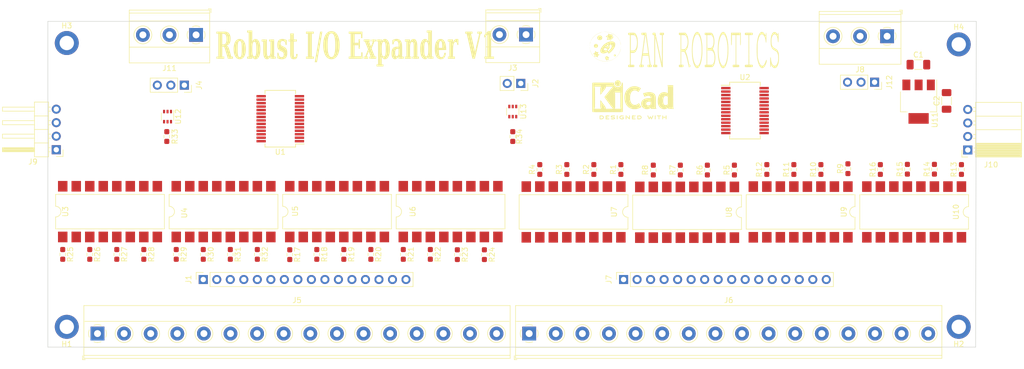
<source format=kicad_pcb>
(kicad_pcb (version 20221018) (generator pcbnew)
  (title_block (title "Robust 10 Expander") (date "2023-10-10") (rev "V1") (company "Pan Robotics Ltd") (comment 1 "2"))
  (layers (0 "F.Cu" signal) (1 "In1.Cu" power "3.3V.Cu") (2 "In2.Cu" power "GND.Cu") (31 "B.Cu" signal) (34 "B.Paste" user) (35 "F.Paste" user) (36 "B.SilkS" user "B.Silkscreen") (37 "F.SilkS" user "F.Silkscreen") (38 "B.Mask" user) (39 "F.Mask" user) (44 "Edge.Cuts" user))
  (net 0 "")
  (net 5 "EIN0")
  (net 6 "EIN1")
  (net 7 "EIN2")
  (net 8 "EIN3")
  (net 9 "EIN4")
  (net 10 "EIN5")
  (net 11 "EIN6")
  (net 12 "EIN7")
  (net 13 "EIN8")
  (net 14 "EIN9")
  (net 15 "EIN10")
  (net 16 "EIN11")
  (net 17 "EIN12")
  (net 18 "EIN13")
  (net 19 "EIN14")
  (net 20 "EIN15")
  (net 21 "InCS")
  (net 22 "OutCS")
  (net 23 "VCC")
  (net 24 "GND")
  (net 25 "SCK")
  (net 26 "MOSI")
  (net 27 "MISO")
  (net 28 "EOUT0")
  (net 29 "EOUT1")
  (net 30 "EOUT2")
  (net 31 "EOUT3")
  (net 32 "EOUT4")
  (net 33 "EOUT5")
  (net 34 "EOUT6")
  (net 35 "EOUT7")
  (net 36 "EOUT8")
  (net 37 "EOUT9")
  (net 38 "EOUT10")
  (net 39 "EOUT11")
  (net 40 "EOUT12")
  (net 41 "EOUT13")
  (net 42 "EOUT14")
  (net 43 "EOUT15")
  (net 44 "Net-(R1-Pad1)")
  (net 45 "Out0")
  (net 46 "Net-(R2-Pad1)")
  (net 47 "Out1")
  (net 48 "Net-(R3-Pad1)")
  (net 49 "Out2")
  (net 50 "Net-(R4-Pad1)")
  (net 51 "Out3")
  (net 52 "Net-(R5-Pad1)")
  (net 53 "Out4")
  (net 54 "Net-(R6-Pad1)")
  (net 55 "Out5")
  (net 56 "Net-(R7-Pad1)")
  (net 57 "Out6")
  (net 58 "Net-(R8-Pad1)")
  (net 59 "Out7")
  (net 60 "Net-(R9-Pad1)")
  (net 61 "Out8")
  (net 62 "Net-(R10-Pad1)")
  (net 63 "Out9")
  (net 64 "Net-(R11-Pad1)")
  (net 65 "Out10")
  (net 66 "Net-(R12-Pad1)")
  (net 67 "Out11")
  (net 68 "Net-(R13-Pad1)")
  (net 69 "Out12")
  (net 70 "Net-(R14-Pad1)")
  (net 71 "Out13")
  (net 72 "Net-(R15-Pad1)")
  (net 73 "Out14")
  (net 74 "Net-(R16-Pad1)")
  (net 75 "Out15")
  (net 76 "Net-(R17-Pad1)")
  (net 77 "Net-(R18-Pad1)")
  (net 78 "Net-(R19-Pad1)")
  (net 79 "Net-(R20-Pad1)")
  (net 80 "Net-(R21-Pad1)")
  (net 81 "Net-(R22-Pad1)")
  (net 82 "Net-(R23-Pad1)")
  (net 83 "Net-(R24-Pad1)")
  (net 84 "Net-(R25-Pad1)")
  (net 85 "Net-(R26-Pad1)")
  (net 86 "Net-(R27-Pad1)")
  (net 87 "Net-(R28-Pad1)")
  (net 88 "Net-(R29-Pad1)")
  (net 89 "Net-(R30-Pad1)")
  (net 90 "Net-(R31-Pad1)")
  (net 91 "Net-(R32-Pad1)")
  (net 92 "IN8")
  (net 93 "IN9")
  (net 94 "IN10")
  (net 95 "IN11")
  (net 96 "IN12")
  (net 97 "IN13")
  (net 98 "IN14")
  (net 99 "IN15")
  (net 106 "IN0")
  (net 107 "IN1")
  (net 108 "IN2")
  (net 109 "IN3")
  (net 110 "IN4")
  (net 111 "IN5")
  (net 112 "IN6")
  (net 113 "IN7")
  (net 120 "+3.3V")
  (net 121 "+24V")
  (net 122 "Net-(R33-Pad1)")
  (net 123 "Net-(R34-Pad1)")
  (footprint "Resistor_SMD:R_0603_1608Metric_Pad0.98x0.95mm_HandSolder" (layer "F.Cu") (at 219.456 100.9415 90)
    (fp_text reference "R14" (at 0 -1.43 90) (layer "F.SilkS"))
    (fp_text value "200R")
    (pad "1" smd roundrect (at -0.9125 0 90) (size 0.975 0.95) (layers "F.Cu" "F.Paste" "F.Mask") (net 70 "Net-(R14-Pad1)"))
    (pad "2" smd roundrect (at 0.9125 0 90) (size 0.975 0.95) (layers "F.Cu" "F.Paste" "F.Mask") (net 71 "Out13"))
  )
  (footprint "Resistor_SMD:R_0603_1608Metric_Pad0.98x0.95mm_HandSolder" (layer "F.Cu") (at 209.296 100.9885 90)
    (fp_text reference "R16" (at 0 -1.43 90) (layer "F.SilkS"))
    (fp_text value "200R")
    (pad "1" smd roundrect (at -0.9125 0 90) (size 0.975 0.95) (layers "F.Cu" "F.Paste" "F.Mask") (net 74 "Net-(R16-Pad1)"))
    (pad "2" smd roundrect (at 0.9125 0 90) (size 0.975 0.95) (layers "F.Cu" "F.Paste" "F.Mask") (net 75 "Out15"))
  )
  (footprint "Resistor_SMD:R_0603_1608Metric_Pad0.98x0.95mm_HandSolder" (layer "F.Cu") (at 119.634 116.9435 -90)
    (fp_text reference "R21" (at 0 -1.43 -270) (layer "F.SilkS"))
    (fp_text value "200R")
    (pad "1" smd roundrect (at -0.9125 0 270) (size 0.975 0.95) (layers "F.Cu" "F.Paste" "F.Mask") (net 80 "Net-(R21-Pad1)"))
    (pad "2" smd roundrect (at 0.9125 0 270) (size 0.975 0.95) (layers "F.Cu" "F.Paste" "F.Mask") (net 17 "EIN12"))
  )
  (footprint "Resistor_SMD:R_0603_1608Metric_Pad0.98x0.95mm_HandSolder" (layer "F.Cu") (at 203.2 100.838 90)
    (fp_text reference "R9" (at 0 -1.43 90) (layer "F.SilkS"))
    (fp_text value "200R")
    (pad "1" smd roundrect (at -0.9125 0 90) (size 0.975 0.95) (layers "F.Cu" "F.Paste" "F.Mask") (net 60 "Net-(R9-Pad1)"))
    (pad "2" smd roundrect (at 0.9125 0 90) (size 0.975 0.95) (layers "F.Cu" "F.Paste" "F.Mask") (net 61 "Out8"))
  )
  (footprint "Resistor_SMD:R_0603_1608Metric_Pad0.98x0.95mm_HandSolder" (layer "F.Cu") (at 129.794 116.9905 -90)
    (fp_text reference "R23" (at 0 -1.43 -270) (layer "F.SilkS"))
    (fp_text value "200R")
    (pad "1" smd roundrect (at -0.9125 0 270) (size 0.975 0.95) (layers "F.Cu" "F.Paste" "F.Mask") (net 82 "Net-(R23-Pad1)"))
    (pad "2" smd roundrect (at 0.9125 0 270) (size 0.975 0.95) (layers "F.Cu" "F.Paste" "F.Mask") (net 19 "EIN14"))
  )
  (footprint "Resistor_SMD:R_0603_1608Metric_Pad0.98x0.95mm_HandSolder" (layer "F.Cu") (at 187.96 100.9885 90)
    (fp_text reference "R12" (at 0 -1.43 90) (layer "F.SilkS"))
    (fp_text value "200R")
    (pad "1" smd roundrect (at -0.9125 0 90) (size 0.975 0.95) (layers "F.Cu" "F.Paste" "F.Mask") (net 66 "Net-(R12-Pad1)"))
    (pad "2" smd roundrect (at 0.9125 0 90) (size 0.975 0.95) (layers "F.Cu" "F.Paste" "F.Mask") (net 67 "Out11"))
  )
  (footprint "Resistor_SMD:R_0603_1608Metric_Pad0.98x0.95mm_HandSolder" (layer "F.Cu") (at 160.528 100.9885 90)
    (fp_text reference "R1" (at 0 -1.43 90) (layer "F.SilkS"))
    (fp_text value "200R")
    (pad "1" smd roundrect (at -0.9125 0 90) (size 0.975 0.95) (layers "F.Cu" "F.Paste" "F.Mask") (net 44 "Net-(R1-Pad1)"))
    (pad "2" smd roundrect (at 0.9125 0 90) (size 0.975 0.95) (layers "F.Cu" "F.Paste" "F.Mask") (net 45 "Out0"))
  )
  (footprint "Resistor_SMD:R_0603_1608Metric_Pad0.98x0.95mm_HandSolder" (layer "F.Cu") (at 224.536 100.9885 90)
    (fp_text reference "R13" (at 0 -1.43 90) (layer "F.SilkS"))
    (fp_text value "200R")
    (pad "1" smd roundrect (at -0.9125 0 90) (size 0.975 0.95) (layers "F.Cu" "F.Paste" "F.Mask") (net 68 "Net-(R13-Pad1)"))
    (pad "2" smd roundrect (at 0.9125 0 90) (size 0.975 0.95) (layers "F.Cu" "F.Paste" "F.Mask") (net 69 "Out12"))
  )
  (footprint "MountingHole:MountingHole_2.7mm_M2.5_ISO7380_Pad" (layer "F.Cu") (at 56.388 130.556 180)
    (fp_text reference "H1" (at 0 -3.25) (layer "F.SilkS"))
    (fp_text value "MountingHole_Pad" hide)
    (pad "1" thru_hole circle (at 0 0 180) (size 4.5 4.5) (drill 2.7) (layers "*.Cu" "*.Mask"))
  )
  (footprint "Connector_PinSocket_2.54mm:PinSocket_1x02_P2.54mm_Vertical" (layer "F.Cu") (at 141.712 84.81 -90)
    (fp_text reference "J2" (at 0 -2.77 90) (layer "F.SilkS"))
    (fp_text value "CS Inputs")
    (pad "1" thru_hole rect (at 0 0 270) (size 1.7 1.7) (drill 1) (layers "*.Cu" "*.Mask") (net 21 "InCS"))
    (pad "2" thru_hole oval (at 0 2.54 270) (size 1.7 1.7) (drill 1) (layers "*.Cu" "*.Mask") (net 22 "OutCS"))
  )
  (footprint "Package_DIP:SMDIP-16_W9.53mm" (layer "F.Cu") (at 151.638 108.966 -90)
    (fp_text reference "U7" (at 0 -7.62 90) (layer "F.SilkS"))
    (fp_text value "LTV-847S")
    (pad "1" smd rect (at -4.765 -8.89 270) (size 2 1.78) (layers "F.Cu" "F.Paste" "F.Mask") (net 44 "Net-(R1-Pad1)"))
    (pad "2" smd rect (at -4.765 -6.35 270) (size 2 1.78) (layers "F.Cu" "F.Paste" "F.Mask") (net 24 "GND"))
    (pad "3" smd rect (at -4.765 -3.81 270) (size 2 1.78) (layers "F.Cu" "F.Paste" "F.Mask") (net 46 "Net-(R2-Pad1)"))
    (pad "4" smd rect (at -4.765 -1.27 270) (size 2 1.78) (layers "F.Cu" "F.Paste" "F.Mask") (net 24 "GND"))
    (pad "5" smd rect (at -4.765 1.27 270) (size 2 1.78) (layers "F.Cu" "F.Paste" "F.Mask") (net 48 "Net-(R3-Pad1)"))
    (pad "6" smd rect (at -4.765 3.81 270) (size 2 1.78) (layers "F.Cu" "F.Paste" "F.Mask") (net 24 "GND"))
    (pad "7" smd rect (at -4.765 6.35 270) (size 2 1.78) (layers "F.Cu" "F.Paste" "F.Mask") (net 50 "Net-(R4-Pad1)"))
    (pad "8" smd rect (at -4.765 8.89 270) (size 2 1.78) (layers "F.Cu" "F.Paste" "F.Mask") (net 24 "GND"))
    (pad "9" smd rect (at 4.765 8.89 270) (size 2 1.78) (layers "F.Cu" "F.Paste" "F.Mask") (net 31 "EOUT3"))
    (pad "10" smd rect (at 4.765 6.35 270) (size 2 1.78) (layers "F.Cu" "F.Paste" "F.Mask") (net 121 "+24V"))
    (pad "11" smd rect (at 4.765 3.81 270) (size 2 1.78) (layers "F.Cu" "F.Paste" "F.Mask") (net 30 "EOUT2"))
    (pad "12" smd rect (at 4.765 1.27 270) (size 2 1.78) (layers "F.Cu" "F.Paste" "F.Mask") (net 121 "+24V"))
    (pad "13" smd rect (at 4.765 -1.27 270) (size 2 1.78) (layers "F.Cu" "F.Paste" "F.Mask") (net 29 "EOUT1"))
    (pad "14" smd rect (at 4.765 -3.81 270) (size 2 1.78) (layers "F.Cu" "F.Paste" "F.Mask") (net 121 "+24V"))
    (pad "15" smd rect (at 4.765 -6.35 270) (size 2 1.78) (layers "F.Cu" "F.Paste" "F.Mask") (net 28 "EOUT0"))
    (pad "16" smd rect (at 4.765 -8.89 270) (size 2 1.78) (layers "F.Cu" "F.Paste" "F.Mask") (net 121 "+24V"))
  )
  (footprint "TerminalBlock_Phoenix:TerminalBlock_Phoenix_MKDS-1,5-16_1x16_P5.00mm_Horizontal" (layer "F.Cu") (at 143.294 131.826)
    (fp_text reference "J6" (at 37.5 -6.26) (layer "F.SilkS"))
    (fp_text value "Output Screw Terminal")
    (pad "1" thru_hole rect (at 0 0) (size 2.6 2.6) (drill 1.3) (layers "*.Cu" "*.Mask") (net 28 "EOUT0"))
    (pad "2" thru_hole circle (at 5 0) (size 2.6 2.6) (drill 1.3) (layers "*.Cu" "*.Mask") (net 29 "EOUT1"))
    (pad "3" thru_hole circle (at 10 0) (size 2.6 2.6) (drill 1.3) (layers "*.Cu" "*.Mask") (net 30 "EOUT2"))
    (pad "4" thru_hole circle (at 15 0) (size 2.6 2.6) (drill 1.3) (layers "*.Cu" "*.Mask") (net 31 "EOUT3"))
    (pad "5" thru_hole circle (at 20 0) (size 2.6 2.6) (drill 1.3) (layers "*.Cu" "*.Mask") (net 32 "EOUT4"))
    (pad "6" thru_hole circle (at 25 0) (size 2.6 2.6) (drill 1.3) (layers "*.Cu" "*.Mask") (net 33 "EOUT5"))
    (pad "7" thru_hole circle (at 30 0) (size 2.6 2.6) (drill 1.3) (layers "*.Cu" "*.Mask") (net 34 "EOUT6"))
    (pad "8" thru_hole circle (at 35 0) (size 2.6 2.6) (drill 1.3) (layers "*.Cu" "*.Mask") (net 35 "EOUT7"))
    (pad "9" thru_hole circle (at 40 0) (size 2.6 2.6) (drill 1.3) (layers "*.Cu" "*.Mask") (net 36 "EOUT8"))
    (pad "10" thru_hole circle (at 45 0) (size 2.6 2.6) (drill 1.3) (layers "*.Cu" "*.Mask") (net 37 "EOUT9"))
    (pad "11" thru_hole circle (at 50 0) (size 2.6 2.6) (drill 1.3) (layers "*.Cu" "*.Mask") (net 38 "EOUT10"))
    (pad "12" thru_hole circle (at 55 0) (size 2.6 2.6) (drill 1.3) (layers "*.Cu" "*.Mask") (net 39 "EOUT11"))
    (pad "13" thru_hole circle (at 60 0) (size 2.6 2.6) (drill 1.3) (layers "*.Cu" "*.Mask") (net 40 "EOUT12"))
    (pad "14" thru_hole circle (at 65 0) (size 2.6 2.6) (drill 1.3) (layers "*.Cu" "*.Mask") (net 41 "EOUT13"))
    (pad "15" thru_hole circle (at 70 0) (size 2.6 2.6) (drill 1.3) (layers "*.Cu" "*.Mask") (net 42 "EOUT14"))
    (pad "16" thru_hole circle (at 75 0) (size 2.6 2.6) (drill 1.3) (layers "*.Cu" "*.Mask") (net 43 "EOUT15"))
  )
  (footprint "Resistor_SMD:R_0603_1608Metric_Pad0.98x0.95mm_HandSolder" (layer "F.Cu") (at 198.12 100.9885 90)
    (fp_text reference "R10" (at 0 -1.43 90) (layer "F.SilkS"))
    (fp_text value "200R")
    (pad "1" smd roundrect (at -0.9125 0 90) (size 0.975 0.95) (layers "F.Cu" "F.Paste" "F.Mask") (net 62 "Net-(R10-Pad1)"))
    (pad "2" smd roundrect (at 0.9125 0 90) (size 0.975 0.95) (layers "F.Cu" "F.Paste" "F.Mask") (net 63 "Out9"))
  )
  (footprint "TerminalBlock_Phoenix:TerminalBlock_Phoenix_MKDS-1,5-3-5.08_1x03_P5.08mm_Horizontal" (layer "F.Cu") (at 210.566 75.946 180)
    (fp_text reference "J8" (at 5.08 -6.26 180) (layer "F.SilkS"))
    (fp_text value "Power Input")
    (pad "1" thru_hole rect (at 0 0 180) (size 2.6 2.6) (drill 1.3) (layers "*.Cu" "*.Mask") (net 23 "VCC"))
    (pad "2" thru_hole circle (at 5.08 0 180) (size 2.6 2.6) (drill 1.3) (layers "*.Cu" "*.Mask") (net 121 "+24V"))
    (pad "3" thru_hole circle (at 10.16 0 180) (size 2.6 2.6) (drill 1.3) (layers "*.Cu" "*.Mask") (net 24 "GND"))
  )
  (footprint "Resistor_SMD:R_0603_1608Metric_Pad0.98x0.95mm_HandSolder" (layer "F.Cu") (at 82.042 116.9435 -90)
    (fp_text reference "R30" (at 0 -1.43 -270) (layer "F.SilkS"))
    (fp_text value "200R")
    (pad "1" smd roundrect (at -0.9125 0 270) (size 0.975 0.95) (layers "F.Cu" "F.Paste" "F.Mask") (net 89 "Net-(R30-Pad1)"))
    (pad "2" smd roundrect (at 0.9125 0 270) (size 0.975 0.95) (layers "F.Cu" "F.Paste" "F.Mask") (net 10 "EIN5"))
  )
  (footprint "Resistor_SMD:R_0603_1608Metric_Pad0.98x0.95mm_HandSolder" (layer "F.Cu") (at 155.448 100.9885 90)
    (fp_text reference "R2" (at 0 -1.43 90) (layer "F.SilkS"))
    (fp_text value "200R")
    (pad "1" smd roundrect (at -0.9125 0 90) (size 0.975 0.95) (layers "F.Cu" "F.Paste" "F.Mask") (net 46 "Net-(R2-Pad1)"))
    (pad "2" smd roundrect (at 0.9125 0 90) (size 0.975 0.95) (layers "F.Cu" "F.Paste" "F.Mask") (net 47 "Out1"))
  )
  (footprint "Resistor_SMD:R_0603_1608Metric_Pad0.98x0.95mm_HandSolder" (layer "F.Cu") (at 55.626 116.9435 -90)
    (fp_text reference "R25" (at 0 -1.43 -270) (layer "F.SilkS"))
    (fp_text value "200R")
    (pad "1" smd roundrect (at -0.9125 0 270) (size 0.975 0.95) (layers "F.Cu" "F.Paste" "F.Mask") (net 84 "Net-(R25-Pad1)"))
    (pad "2" smd roundrect (at 0.9125 0 270) (size 0.975 0.95) (layers "F.Cu" "F.Paste" "F.Mask") (net 5 "EIN0"))
  )
  (footprint "Connector_PinSocket_2.54mm:PinSocket_1x03_P2.54mm_Vertical" (layer "F.Cu") (at 78.486 85.141 -90)
    (fp_text reference "J4" (at 0 -2.77 -90) (layer "F.SilkS"))
    (fp_text value "SPI Inputs")
    (pad "1" thru_hole rect (at 0 0 270) (size 1.7 1.7) (drill 1) (layers "*.Cu" "*.Mask") (net 25 "SCK"))
    (pad "2" thru_hole oval (at 0 2.54 270) (size 1.7 1.7) (drill 1) (layers "*.Cu" "*.Mask") (net 26 "MOSI"))
    (pad "3" thru_hole oval (at 0 5.08 270) (size 1.7 1.7) (drill 1) (layers "*.Cu" "*.Mask") (net 27 "MISO"))
  )
  (footprint "Resistor_SMD:R_0603_1608Metric_Pad0.98x0.95mm_HandSolder" (layer "F.Cu") (at 60.706 116.9435 -90)
    (fp_text reference "R26" (at 0 -1.43 -270) (layer "F.SilkS"))
    (fp_text value "200R")
    (pad "1" smd roundrect (at -0.9125 0 270) (size 0.975 0.95) (layers "F.Cu" "F.Paste" "F.Mask") (net 85 "Net-(R26-Pad1)"))
    (pad "2" smd roundrect (at 0.9125 0 270) (size 0.975 0.95) (layers "F.Cu" "F.Paste" "F.Mask") (net 6 "EIN1"))
  )
  (footprint "Resistor_SMD:R_0603_1608Metric_Pad0.98x0.95mm_HandSolder" (layer "F.Cu") (at 193.04 100.9885 90)
    (fp_text reference "R11" (at 0 -1.43 90) (layer "F.SilkS"))
    (fp_text value "200R")
    (pad "1" smd roundrect (at -0.9125 0 90) (size 0.975 0.95) (layers "F.Cu" "F.Paste" "F.Mask") (net 64 "Net-(R11-Pad1)"))
    (pad "2" smd roundrect (at 0.9125 0 90) (size 0.975 0.95) (layers "F.Cu" "F.Paste" "F.Mask") (net 65 "Out10"))
  )
  (footprint "Resistor_SMD:R_0603_1608Metric_Pad0.98x0.95mm_HandSolder" (layer "F.Cu") (at 87.122 116.9435 -90)
    (fp_text reference "R31" (at 0 -1.43 -270) (layer "F.SilkS"))
    (fp_text value "200R")
    (pad "1" smd roundrect (at -0.9125 0 270) (size 0.975 0.95) (layers "F.Cu" "F.Paste" "F.Mask") (net 90 "Net-(R31-Pad1)"))
    (pad "2" smd roundrect (at 0.9125 0 270) (size 0.975 0.95) (layers "F.Cu" "F.Paste" "F.Mask") (net 11 "EIN6"))
  )
  (footprint "Resistor_SMD:R_0603_1608Metric_Pad0.98x0.95mm_HandSolder" (layer "F.Cu") (at 76.962 116.9435 -90)
    (fp_text reference "R29" (at 0 -1.43 -270) (layer "F.SilkS"))
    (fp_text value "200R")
    (pad "1" smd roundrect (at -0.9125 0 270) (size 0.975 0.95) (layers "F.Cu" "F.Paste" "F.Mask") (net 88 "Net-(R29-Pad1)"))
    (pad "2" smd roundrect (at 0.9125 0 270) (size 0.975 0.95) (layers "F.Cu" "F.Paste" "F.Mask") (net 9 "EIN4"))
  )
  (footprint "Resistor_SMD:R_0603_1608Metric_Pad0.98x0.95mm_HandSolder" (layer "F.Cu") (at 103.378 116.9435 -90)
    (fp_text reference "R18" (at 0 -1.43 -270) (layer "F.SilkS"))
    (fp_text value "200R")
    (pad "1" smd roundrect (at -0.9125 0 270) (size 0.975 0.95) (layers "F.Cu" "F.Paste" "F.Mask") (net 77 "Net-(R18-Pad1)"))
    (pad "2" smd roundrect (at 0.9125 0 270) (size 0.975 0.95) (layers "F.Cu" "F.Paste" "F.Mask") (net 14 "EIN9"))
  )
  (footprint "MountingHole:MountingHole_2.7mm_M2.5_ISO7380_Pad" (layer "F.Cu") (at 224.028 130.556 180)
    (fp_text reference "H2" (at 0 -3.25) (layer "F.SilkS"))
    (fp_text value "MountingHole_Pad" hide)
    (pad "1" thru_hole circle (at 0 0 180) (size 4.5 4.5) (drill 2.7) (layers "*.Cu" "*.Mask"))
  )
  (footprint "Resistor_SMD:R_0603_1608Metric_Pad0.98x0.95mm_HandSolder" (layer "F.Cu") (at 214.376 100.9415 90)
    (fp_text reference "R15" (at 0 -1.43 90) (layer "F.SilkS"))
    (fp_text value "200R")
    (pad "1" smd roundrect (at -0.9125 0 90) (size 0.975 0.95) (layers "F.Cu" "F.Paste" "F.Mask") (net 72 "Net-(R15-Pad1)"))
    (pad "2" smd roundrect (at 0.9125 0 90) (size 0.975 0.95) (layers "F.Cu" "F.Paste" "F.Mask") (net 73 "Out14"))
  )
  (footprint "Resistor_SMD:R_0603_1608Metric_Pad0.98x0.95mm_HandSolder" (layer "F.Cu") (at 70.866 116.9435 -90)
    (fp_text reference "R28" (at 0 -1.43 -270) (layer "F.SilkS"))
    (fp_text value "200R")
    (pad "1" smd roundrect (at -0.9125 0 270) (size 0.975 0.95) (layers "F.Cu" "F.Paste" "F.Mask") (net 87 "Net-(R28-Pad1)"))
    (pad "2" smd roundrect (at 0.9125 0 270) (size 0.975 0.95) (layers "F.Cu" "F.Paste" "F.Mask") (net 8 "EIN3"))
  )
  (footprint "Package_DIP:SMDIP-16_W9.53mm" (layer "F.Cu") (at 107.188 108.905 90)
    (fp_text reference "U5" (at 0.061 -7.874 90) (layer "F.SilkS"))
    (fp_text value "LTV-847S")
    (pad "1" smd rect (at -4.765 -8.89 90) (size 2 1.78) (layers "F.Cu" "F.Paste" "F.Mask") (net 76 "Net-(R17-Pad1)"))
    (pad "2" smd rect (at -4.765 -6.35 90) (size 2 1.78) (layers "F.Cu" "F.Paste" "F.Mask") (net 24 "GND"))
    (pad "3" smd rect (at -4.765 -3.81 90) (size 2 1.78) (layers "F.Cu" "F.Paste" "F.Mask") (net 77 "Net-(R18-Pad1)"))
    (pad "4" smd rect (at -4.765 -1.27 90) (size 2 1.78) (layers "F.Cu" "F.Paste" "F.Mask") (net 24 "GND"))
    (pad "5" smd rect (at -4.765 1.27 90) (size 2 1.78) (layers "F.Cu" "F.Paste" "F.Mask") (net 78 "Net-(R19-Pad1)"))
    (pad "6" smd rect (at -4.765 3.81 90) (size 2 1.78) (layers "F.Cu" "F.Paste" "F.Mask") (net 24 "GND"))
    (pad "7" smd rect (at -4.765 6.35 90) (size 2 1.78) (layers "F.Cu" "F.Paste" "F.Mask") (net 79 "Net-(R20-Pad1)"))
    (pad "8" smd rect (at -4.765 8.89 90) (size 2 1.78) (layers "F.Cu" "F.Paste" "F.Mask") (net 24 "GND"))
    (pad "9" smd rect (at 4.765 8.89 90) (size 2 1.78) (layers "F.Cu" "F.Paste" "F.Mask") (net 95 "IN11"))
    (pad "10" smd rect (at 4.765 6.35 90) (size 2 1.78) (layers "F.Cu" "F.Paste" "F.Mask") (net 120 "+3.3V"))
    (pad "11" smd rect (at 4.765 3.81 90) (size 2 1.78) (layers "F.Cu" "F.Paste" "F.Mask") (net 94 "IN10"))
    (pad "12" smd rect (at 4.765 1.27 90) (size 2 1.78) (layers "F.Cu" "F.Paste" "F.Mask") (net 120 "+3.3V"))
    (pad "13" smd rect (at 4.765 -1.27 90) (size 2 1.78) (layers "F.Cu" "F.Paste" "F.Mask") (net 93 "IN9"))
    (pad "14" smd rect (at 4.765 -3.81 90) (size 2 1.78) (layers "F.Cu" "F.Paste" "F.Mask") (net 120 "+3.3V"))
    (pad "15" smd rect (at 4.765 -6.35 90) (size 2 1.78) (layers "F.Cu" "F.Paste" "F.Mask") (net 92 "IN8"))
    (pad "16" smd rect (at 4.765 -8.89 90) (size 2 1.78) (layers "F.Cu" "F.Paste" "F.Mask") (net 120 "+3.3V"))
  )
  (footprint "Connector_PinSocket_2.54mm:PinSocket_1x16_P2.54mm_Vertical" (layer "F.Cu") (at 161.036 121.666 90)
    (fp_text reference "J7" (at 0 -2.77 90) (layer "F.SilkS"))
    (fp_text value "Ouput Headers")
    (pad "1" thru_hole rect (at 0 0 90) (size 1.7 1.7) (drill 1) (layers "*.Cu" "*.Mask") (net 28 "EOUT0"))
    (pad "2" thru_hole oval (at 0 2.54 90) (size 1.7 1.7) (drill 1) (layers "*.Cu" "*.Mask") (net 29 "EOUT1"))
    (pad "3" thru_hole oval (at 0 5.08 90) (size 1.7 1.7) (drill 1) (layers "*.Cu" "*.Mask") (net 30 "EOUT2"))
    (pad "4" thru_hole oval (at 0 7.62 90) (size 1.7 1.7) (drill 1) (layers "*.Cu" "*.Mask") (net 31 "EOUT3"))
    (pad "5" thru_hole oval (at 0 10.16 90) (size 1.7 1.7) (drill 1) (layers "*.Cu" "*.Mask") (net 32 "EOUT4"))
    (pad "6" thru_hole oval (at 0 12.7 90) (size 1.7 1.7) (drill 1) (layers "*.Cu" "*.Mask") (net 33 "EOUT5"))
    (pad "7" thru_hole oval (at 0 15.24 90) (size 1.7 1.7) (drill 1) (layers "*.Cu" "*.Mask") (net 34 "EOUT6"))
    (pad "8" thru_hole oval (at 0 17.78 90) (size 1.7 1.7) (drill 1) (layers "*.Cu" "*.Mask") (net 35 "EOUT7"))
    (pad "9" thru_hole oval (at 0 20.32 90) (size 1.7 1.7) (drill 1) (layers "*.Cu" "*.Mask") (net 36 "EOUT8"))
    (pad "10" thru_hole oval (at 0 22.86 90) (size 1.7 1.7) (drill 1) (layers "*.Cu" "*.Mask") (net 37 "EOUT9"))
    (pad "11" thru_hole oval (at 0 25.4 90) (size 1.7 1.7) (drill 1) (layers "*.Cu" "*.Mask") (net 38 "EOUT10"))
    (pad "12" thru_hole oval (at 0 27.94 90) (size 1.7 1.7) (drill 1) (layers "*.Cu" "*.Mask") (net 39 "EOUT11"))
    (pad "13" thru_hole oval (at 0 30.48 90) (size 1.7 1.7) (drill 1) (layers "*.Cu" "*.Mask") (net 40 "EOUT12"))
    (pad "14" thru_hole oval (at 0 33.02 90) (size 1.7 1.7) (drill 1) (layers "*.Cu" "*.Mask") (net 41 "EOUT13"))
    (pad "15" thru_hole oval (at 0 35.56 90) (size 1.7 1.7) (drill 1) (layers "*.Cu" "*.Mask") (net 42 "EOUT14"))
    (pad "16" thru_hole oval (at 0 38.1 90) (size 1.7 1.7) (drill 1) (layers "*.Cu" "*.Mask") (net 43 "EOUT15"))
  )
  (footprint "Resistor_SMD:R_0603_1608Metric_Pad0.98x0.95mm_HandSolder" (layer "F.Cu") (at 98.298 116.9905 -90)
    (fp_text reference "R17" (at 0 -1.43 -270) (layer "F.SilkS"))
    (fp_text value "200R")
    (pad "1" smd roundrect (at -0.9125 0 270) (size 0.975 0.95) (layers "F.Cu" "F.Paste" "F.Mask") (net 76 "Net-(R17-Pad1)"))
    (pad "2" smd roundrect (at 0.9125 0 270) (size 0.975 0.95) (layers "F.Cu" "F.Paste" "F.Mask") (net 13 "EIN8"))
  )
  (footprint "Resistor_SMD:R_0603_1608Metric_Pad0.98x0.95mm_HandSolder" (layer "F.Cu") (at 75.184 94.793 -90)
    (fp_text reference "R33" (at 0 -1.524 90) (layer "F.SilkS"))
    (fp_text value "10K")
    (pad "1" smd roundrect (at -0.9125 0 270) (size 0.975 0.95) (layers "F.Cu" "F.Paste" "F.Mask") (net 122 "Net-(R33-Pad1)"))
    (pad "2" smd roundrect (at 0.9125 0 270) (size 0.975 0.95) (layers "F.Cu" "F.Paste" "F.Mask") (net 120 "+3.3V"))
  )
  (footprint "Resistor_SMD:R_0603_1608Metric_Pad0.98x0.95mm_HandSolder" (layer "F.Cu") (at 176.784 101.092 90)
    (fp_text reference "R6" (at 0 -1.43 90) (layer "F.SilkS"))
    (fp_text value "200R")
    (pad "1" smd roundrect (at -0.9125 0 90) (size 0.975 0.95) (layers "F.Cu" "F.Paste" "F.Mask") (net 54 "Net-(R6-Pad1)"))
    (pad "2" smd roundrect (at 0.9125 0 90) (size 0.975 0.95) (layers "F.Cu" "F.Paste" "F.Mask") (net 55 "Out5"))
  )
  (footprint "Capacitor_SMD:C_1206_3216Metric_Pad1.33x1.80mm_HandSolder" (layer "F.Cu") (at 221.742 88.0995 90)
    (fp_text reference "C2" (at 0 -1.85 90) (layer "F.SilkS"))
    (fp_text value "22uF")
    (pad "1" smd roundrect (at -1.5625 0 90) (size 1.325 1.8) (layers "F.Cu" "F.Paste" "F.Mask") (roundrect_rratio 0.188679) (net 120 "+3.3V"))
    (pad "2" smd roundrect (at 1.5625 0 90) (size 1.325 1.8) (layers "F.Cu" "F.Paste" "F.Mask") (roundrect_rratio 0.188679) (net 24 "GND"))
  )
  (footprint "TerminalBlock_Phoenix:TerminalBlock_Phoenix_MKDS-1,5-3_1x03_P5.00mm_Horizontal" (layer "F.Cu") (at 80.692 75.692 180)
    (fp_text reference "J11" (at 5 -6.26) (layer "F.SilkS"))
    (fp_text value "SPI Inputs")
    (pad "1" thru_hole rect (at 0 0 180) (size 2.6 2.6) (drill 1.3) (layers "*.Cu" "*.Mask") (net 25 "SCK"))
    (pad "2" thru_hole circle (at 5 0 180) (size 2.6 2.6) (drill 1.3) (layers "*.Cu" "*.Mask") (net 26 "MOSI"))
    (pad "3" thru_hole circle (at 10 0 180) (size 2.6 2.6) (drill 1.3) (layers "*.Cu" "*.Mask") (net 27 "MISO"))
  )
  (footprint "Logos:Pan-Robotics-Logo7" (layer "F.Cu") (at 172.466 78.486)
    (fp_text reference "G***" hide)
    (fp_text value "LOGO" hide)
  )
  (footprint "Resistor_SMD:R_0603_1608Metric_Pad0.98x0.95mm_HandSolder" (layer "F.Cu") (at 134.874 116.9905 -90)
    (fp_text reference "R24" (at 0 -1.43 -270) (layer "F.SilkS"))
    (fp_text value "200R")
    (pad "1" smd roundrect (at -0.9125 0 270) (size 0.975 0.95) (layers "F.Cu" "F.Paste" "F.Mask") (net 83 "Net-(R24-Pad1)"))
    (pad "2" smd roundrect (at 0.9125 0 270) (size 0.975 0.95) (layers "F.Cu" "F.Paste" "F.Mask") (net 20 "EIN15"))
  )
  (footprint "Symbol:KiCad-Logo2_6mm_SilkScreen" (layer "F.Cu") (at 162.806514 87.188848)
    (fp_text reference "REF**" hide)
    (fp_text value "KiCad-Logo2_6mm_SilkScreen" hide)
  )
  (footprint "Package_TO_SOT_SMD:SOT-223-3_TabPin2" (layer "F.Cu") (at 216.485 88.24 -90)
    (fp_text reference "U11" (at 3.454 -3.048 90) (layer "F.SilkS"))
    (fp_text value "AMS1117-3.3")
    (pad "1" smd rect (at -3.15 -2.3 270) (size 2 1.5) (layers "F.Cu" "F.Paste" "F.Mask") (net 24 "GND"))
    (pad "2" smd rect (at -3.15 0 270) (size 2 1.5) (layers "F.Cu" "F.Paste" "F.Mask") (net 120 "+3.3V"))
    (pad "2" smd rect (at 3.15 0 270) (size 2 3.8) (layers "F.Cu" "F.Paste" "F.Mask") (net 120 "+3.3V"))
    (pad "3" smd rect (at -3.15 2.3 270) (size 2 1.5) (layers "F.Cu" "F.Paste" "F.Mask") (net 23 "VCC"))
  )
  (footprint "Resistor_SMD:R_0603_1608Metric_Pad0.98x0.95mm_HandSolder" (layer "F.Cu") (at 65.786 116.9435 -90)
    (fp_text reference "R27" (at 0 -1.43 -270) (layer "F.SilkS"))
    (fp_text value "200R")
    (pad "1" smd roundrect (at -0.9125 0 270) (size 0.975 0.95) (layers "F.Cu" "F.Paste" "F.Mask") (net 86 "Net-(R27-Pad1)"))
    (pad "2" smd roundrect (at 0.9125 0 270) (size 0.975 0.95) (layers "F.Cu" "F.Paste" "F.Mask") (net 7 "EIN2"))
  )
  (footprint "Package_DIP:SMDIP-16_W9.53mm" (layer "F.Cu") (at 85.852 108.905 90)
    (fp_text reference "U4" (at -0.254 -7.366 90) (layer "F.SilkS"))
    (fp_text value "LTV-847S")
    (pad "1" smd rect (at -4.765 -8.89 90) (size 2 1.78) (layers "F.Cu" "F.Paste" "F.Mask") (net 88 "Net-(R29-Pad1)"))
    (pad "2" smd rect (at -4.765 -6.35 90) (size 2 1.78) (layers "F.Cu" "F.Paste" "F.Mask") (net 24 "GND"))
    (pad "3" smd rect (at -4.765 -3.81 90) (size 2 1.78) (layers "F.Cu" "F.Paste" "F.Mask") (net 89 "Net-(R30-Pad1)"))
    (pad "4" smd rect (at -4.765 -1.27 90) (size 2 1.78) (layers "F.Cu" "F.Paste" "F.Mask") (net 24 "GND"))
    (pad "5" smd rect (at -4.765 1.27 90) (size 2 1.78) (layers "F.Cu" "F.Paste" "F.Mask") (net 90 "Net-(R31-Pad1)"))
    (pad "6" smd rect (at -4.765 3.81 90) (size 2 1.78) (layers "F.Cu" "F.Paste" "F.Mask") (net 24 "GND"))
    (pad "7" smd rect (at -4.765 6.35 90) (size 2 1.78) (layers "F.Cu" "F.Paste" "F.Mask") (net 91 "Net-(R32-Pad1)"))
    (pad "8" smd rect (at -4.765 8.89 90) (size 2 1.78) (layers "F.Cu" "F.Paste" "F.Mask") (net 24 "GND"))
    (pad "9" smd rect (at 4.765 8.89 90) (size 2 1.78) (layers "F.Cu" "F.Paste" "F.Mask") (net 113 "IN7"))
    (pad "10" smd rect (at 4.765 6.35 90) (size 2 1.78) (layers "F.Cu" "F.Paste" "F.Mask") (net 120 "+3.3V"))
    (pad "11" smd rect (at 4.765 3.81 90) (size 2 1.78) (layers "F.Cu" "F.Paste" "F.Mask") (net 112 "IN6"))
    (pad "12" smd rect (at 4.765 1.27 90) (size 2 1.78) (layers "F.Cu" "F.Paste" "F.Mask") (net 120 "+3.3V"))
    (pad "13" smd rect (at 4.765 -1.27 90) (size 2 1.78) (layers "F.Cu" "F.Paste" "F.Mask") (net 111 "IN5"))
    (pad "14" smd rect (at 4.765 -3.81 90) (size 2 1.78) (layers "F.Cu" "F.Paste" "F.Mask") (net 120 "+3.3V"))
    (pad "15" smd rect (at 4.765 -6.35 90) (size 2 1.78) (layers "F.Cu" "F.Paste" "F.Mask") (net 110 "IN4"))
    (pad "16" smd rect (at 4.765 -8.89 90) (size 2 1.78) (layers "F.Cu" "F.Paste" "F.Mask") (net 120 "+3.3V"))
  )
  (footprint "Package_DIP:SMDIP-16_W9.53mm" (layer "F.Cu") (at 194.31 108.966 -90)
    (fp_text reference "U9" (at 0 -8.128 90) (layer "F.SilkS"))
    (fp_text value "LTV-847S")
    (pad "1" smd rect (at -4.765 -8.89 270) (size 2 1.78) (layers "F.Cu" "F.Paste" "F.Mask") (net 60 "Net-(R9-Pad1)"))
    (pad "2" smd rect (at -4.765 -6.35 270) (size 2 1.78) (layers "F.Cu" "F.Paste" "F.Mask") (net 24 "GND"))
    (pad "3" smd rect (at -4.765 -3.81 270) (size 2 1.78) (layers "F.Cu" "F.Paste" "F.Mask") (net 62 "Net-(R10-Pad1)"))
    (pad "4" smd rect (at -4.765 -1.27 270) (size 2 1.78) (layers "F.Cu" "F.Paste" "F.Mask") (net 24 "GND"))
    (pad "5" smd rect (at -4.765 1.27 270) (size 2 1.78) (layers "F.Cu" "F.Paste" "F.Mask") (net 64 "Net-(R11-Pad1)"))
    (pad "6" smd rect (at -4.765 3.81 270) (size 2 1.78) (layers "F.Cu" "F.Paste" "F.Mask") (net 24 "GND"))
    (pad "7" smd rect (at -4.765 6.35 270) (size 2 1.78) (layers "F.Cu" "F.Paste" "F.Mask") (net 66 "Net-(R12-Pad1)"))
    (pad "8" smd rect (at -4.765 8.89 270) (size 2 1.78) (layers "F.Cu" "F.Paste" "F.Mask") (net 24 "GND"))
    (pad "9" smd rect (at 4.765 8.89 270) (size 2 1.78) (layers "F.Cu" "F.Paste" "F.Mask") (net 39 "EOUT11"))
    (pad "10" smd rect (at 4.765 6.35 270) (size 2 1.78) (layers "F.Cu" "F.Paste" "F.Mask") (net 121 "+24V"))
    (pad "11" smd rect (at 4.765 3.81 270) (size 2 1.78) (layers "F.Cu" "F.Paste" "F.Mask") (net 38 "EOUT10"))
    (pad "12" smd rect (at 4.765 1.27 270) (size 2 1.78) (layers "F.Cu" "F.Paste" "F.Mask") (net 121 "+24V"))
    (pad "13" smd rect (at 4.765 -1.27 270) (size 2 1.78) (layers "F.Cu" "F.Paste" "F.Mask") (net 37 "EOUT9"))
    (pad "14" smd rect (at 4.765 -3.81 270) (size 2 1.78) (layers "F.Cu" "F.Paste" "F.Mask") (net 121 "+24V"))
    (pad "15" smd rect (at 4.765 -6.35 270) (size 2 1.78) (layers "F.Cu" "F.Paste" "F.Mask") (net 36 "EOUT8"))
    (pad "16" smd rect (at 4.765 -8.89 270) (size 2 1.78) (layers "F.Cu" "F.Paste" "F.Mask") (net 121 "+24V"))
  )
  (footprint "Resistor_SMD:R_0603_1608Metric_Pad0.98x0.95mm_HandSolder" (layer "F.Cu") (at 181.864 101.092 90)
    (fp_text reference "R5" (at 0 -1.43 90) (layer "F.SilkS"))
    (fp_text value "200R")
    (pad "1" smd roundrect (at -0.9125 0 90) (size 0.975 0.95) (layers "F.Cu" "F.Paste" "F.Mask") (net 52 "Net-(R5-Pad1)"))
    (pad "2" smd roundrect (at 0.9125 0 90) (size 0.975 0.95) (layers "F.Cu" "F.Paste" "F.Mask") (net 53 "Out4"))
  )
  (footprint "Connector_PinHeader_2.54mm:PinHeader_1x04_P2.54mm_Horizontal" (layer "F.Cu") (at 54.413 97.272 180)
    (fp_text reference "J9" (at 4.385 -2.27) (layer "F.SilkS"))
    (fp_text value "Left SPI Out")
    (pad "1" thru_hole rect (at 0 0 180) (size 1.7 1.7) (drill 1) (layers "*.Cu" "*.Mask") (net 25 "SCK"))
    (pad "2" thru_hole oval (at 0 2.54 180) (size 1.7 1.7) (drill 1) (layers "*.Cu" "*.Mask") (net 26 "MOSI"))
    (pad "3" thru_hole oval (at 0 5.08 180) (size 1.7 1.7) (drill 1) (layers "*.Cu" "*.Mask") (net 27 "MISO"))
    (pad "4" thru_hole oval (at 0 7.62 180) (size 1.7 1.7) (drill 1) (layers "*.Cu" "*.Mask") (net 24 "GND"))
  )
  (footprint "Resistor_SMD:R_0603_1608Metric_Pad0.98x0.95mm_HandSolder" (layer "F.Cu") (at 92.202 116.9435 -90)
    (fp_text reference "R32" (at 0 -1.43 -270) (layer "F.SilkS"))
    (fp_text value "200R")
    (pad "1" smd roundrect (at -0.9125 0 270) (size 0.975 0.95) (layers "F.Cu" "F.Paste" "F.Mask") (net 91 "Net-(R32-Pad1)"))
    (pad "2" smd roundrect (at 0.9125 0 270) (size 0.975 0.95) (layers "F.Cu" "F.Paste" "F.Mask") (net 12 "EIN7"))
  )
  (footprint "Resistor_SMD:R_0603_1608Metric_Pad0.98x0.95mm_HandSolder" (layer "F.Cu") (at 108.458 116.9435 -90)
    (fp_text reference "R19" (at 0 -1.43 -270) (layer "F.SilkS"))
    (fp_text value "200R")
    (pad "1" smd roundrect (at -0.9125 0 270) (size 0.975 0.95) (layers "F.Cu" "F.Paste" "F.Mask") (net 78 "Net-(R19-Pad1)"))
    (pad "2" smd roundrect (at 0.9125 0 270) (size 0.975 0.95) (layers "F.Cu" "F.Paste" "F.Mask") (net 15 "EIN10"))
  )
  (footprint "Resistor_SMD:R_0603_1608Metric_Pad0.98x0.95mm_HandSolder" (layer "F.Cu") (at 171.704 101.092 90)
    (fp_text reference "R7" (at 0 -1.43 90) (layer "F.SilkS"))
    (fp_text value "200R")
    (pad "1" smd roundrect (at -0.9125 0 90) (size 0.975 0.95) (layers "F.Cu" "F.Paste" "F.Mask") (net 56 "Net-(R7-Pad1)"))
    (pad "2" smd roundrect (at 0.9125 0 90) (size 0.975 0.95) (layers "F.Cu" "F.Paste" "F.Mask") (net 57 "Out6"))
  )
  (footprint "Package_SO:SSOP-28_5.3x10.2mm_P0.65mm" (layer "F.Cu") (at 183.852 89.916)
    (fp_text reference "U2" (at 0 -6.25) (layer "F.SilkS"))
    (fp_text value "MCP23S17_SS")
    (pad "1" smd rect (at -3.6 -4.225) (size 1.75 0.45) (layers "F.Cu" "F.Paste" "F.Mask") (net 45 "Out0"))
    (pad "2" smd rect (at -3.6 -3.575) (size 1.75 0.45) (layers "F.Cu" "F.Paste" "F.Mask") (net 47 "Out1"))
    (pad "3" smd rect (at -3.6 -2.925) (size 1.75 0.45) (layers "F.Cu" "F.Paste" "F.Mask") (net 49 "Out2"))
    (pad "4" smd rect (at -3.6 -2.275) (size 1.75 0.45) (layers "F.Cu" "F.Paste" "F.Mask") (net 51 "Out3"))
    (pad "5" smd rect (at -3.6 -1.625) (size 1.75 0.45) (layers "F.Cu" "F.Paste" "F.Mask") (net 53 "Out4"))
    (pad "6" smd rect (at -3.6 -0.975) (size 1.75 0.45) (layers "F.Cu" "F.Paste" "F.Mask") (net 55 "Out5"))
    (pad "7" smd rect (at -3.6 -0.325) (size 1.75 0.45) (layers "F.Cu" "F.Paste" "F.Mask") (net 57 "Out6"))
    (pad "8" smd rect (at -3.6 0.325) (size 1.75 0.45) (layers "F.Cu" "F.Paste" "F.Mask") (net 59 "Out7"))
    (pad "9" smd rect (at -3.6 0.975) (size 1.75 0.45) (layers "F.Cu" "F.Paste" "F.Mask") (net 120 "+3.3V"))
    (pad "10" smd rect (at -3.6 1.625) (size 1.75 0.45) (layers "F.Cu" "F.Paste" "F.Mask") (net 24 "GND"))
    (pad "11" smd rect (at -3.6 2.275) (size 1.75 0.45) (layers "F.Cu" "F.Paste" "F.Mask") (net 22 "OutCS"))
    (pad "12" smd rect (at -3.6 2.925) (size 1.75 0.45) (layers "F.Cu" "F.Paste" "F.Mask") (net 25 "SCK"))
    (pad "13" smd rect (at -3.6 3.575) (size 1.75 0.45) (layers "F.Cu" "F.Paste" "F.Mask") (net 26 "MOSI"))
    (pad "14" smd rect (at -3.6 4.225) (size 1.75 0.45) (layers "F.Cu" "F.Paste" "F.Mask") (net 27 "MISO"))
    (pad "15" smd rect (at 3.6 4.225) (size 1.75 0.45) (layers "F.Cu" "F.Paste" "F.Mask"))
    (pad "16" smd rect (at 3.6 3.575) (size 1.75 0.45) (layers "F.Cu" "F.Paste" "F.Mask"))
    (pad "17" smd rect (at 3.6 2.925) (size 1.75 0.45) (layers "F.Cu" "F.Paste" "F.Mask"))
    (pad "18" smd rect (at 3.6 2.275) (size 1.75 0.45) (layers "F.Cu" "F.Paste" "F.Mask"))
    (pad "19" smd rect (at 3.6 1.625) (size 1.75 0.45) (layers "F.Cu" "F.Paste" "F.Mask"))
    (pad "20" smd rect (at 3.6 0.975) (size 1.75 0.45) (layers "F.Cu" "F.Paste" "F.Mask"))
    (pad "21" smd rect (at 3.6 0.325) (size 1.75 0.45) (layers "F.Cu" "F.Paste" "F.Mask") (net 61 "Out8"))
    (pad "22" smd rect (at 3.6 -0.325) (size 1.75 0.45) (layers "F.Cu" "F.Paste" "F.Mask") (net 63 "Out9"))
    (pad "23" smd rect (at 3.6 -0.975) (size 1.75 0.45) (layers "F.Cu" "F.Paste" "F.Mask") (net 65 "Out10"))
    (pad "24" smd rect (at 3.6 -1.625) (size 1.75 0.45) (layers "F.Cu" "F.Paste" "F.Mask") (net 67 "Out11"))
    (pad "25" smd rect (at 3.6 -2.275) (size 1.75 0.45) (layers "F.Cu" "F.Paste" "F.Mask") (net 69 "Out12"))
    (pad "26" smd rect (at 3.6 -2.925) (size 1.75 0.45) (layers "F.Cu" "F.Paste" "F.Mask") (net 71 "Out13"))
    (pad "27" smd rect (at 3.6 -3.575) (size 1.75 0.45) (layers "F.Cu" "F.Paste" "F.Mask") (net 73 "Out14"))
    (pad "28" smd rect (at 3.6 -4.225) (size 1.75 0.45) (layers "F.Cu" "F.Paste" "F.Mask") (net 75 "Out15"))
  )
  (footprint "Capacitor_SMD:C_1206_3216Metric_Pad1.33x1.80mm_HandSolder" (layer "F.Cu") (at 216.4465 81.28)
    (fp_text reference "C1" (at 0 -1.85) (layer "F.SilkS"))
    (fp_text value "10uF")
    (pad "1" smd roundrect (at -1.5625 0) (size 1.325 1.8) (layers "F.Cu" "F.Paste" "F.Mask") (roundrect_rratio 0.188679) (net 23 "VCC"))
    (pad "2" smd roundrect (at 1.5625 0) (size 1.325 1.8) (layers "F.Cu" "F.Paste" "F.Mask") (roundrect_rratio 0.188679) (net 24 "GND"))
  )
  (footprint "Connector_PinSocket_2.54mm:PinSocket_1x16_P2.54mm_Vertical" (layer "F.Cu") (at 82.042 121.666 90)
    (fp_text reference "J1" (at 0 -2.77 90) (layer "F.SilkS"))
    (fp_text value "Input Headers")
    (pad "1" thru_hole rect (at 0 0 90) (size 1.7 1.7) (drill 1) (layers "*.Cu" "*.Mask") (net 5 "EIN0"))
    (pad "2" thru_hole oval (at 0 2.54 90) (size 1.7 1.7) (drill 1) (layers "*.Cu" "*.Mask") (net 6 "EIN1"))
    (pad "3" thru_hole oval (at 0 5.08 90) (size 1.7 1.7) (drill 1) (layers "*.Cu" "*.Mask") (net 7 "EIN2"))
    (pad "4" thru_hole oval (at 0 7.62 90) (size 1.7 1.7) (drill 1) (layers "*.Cu" "*.Mask") (net 8 "EIN3"))
    (pad "5" thru_hole oval (at 0 10.16 90) (size 1.7 1.7) (drill 1) (layers "*.Cu" "*.Mask") (net 9 "EIN4"))
    (pad "6" thru_hole oval (at 0 12.7 90) (size 1.7 1.7) (drill 1) (layers "*.Cu" "*.Mask") (net 10 "EIN5"))
    (pad "7" thru_hole oval (at 0 15.24 90) (size 1.7 1.7) (drill 1) (layers "*.Cu" "*.Mask") (net 11 "EIN6"))
    (pad "8" thru_hole oval (at 0 17.78 90) (size 1.7 1.7) (drill 1) (layers "*.Cu" "*.Mask") (net 12 "EIN7"))
    (pad "9" thru_hole oval (at 0 20.32 90) (size 1.7 1.7) (drill 1) (layers "*.Cu" "*.Mask") (net 13 "EIN8"))
    (pad "10" thru_hole oval (at 0 22.86 90) (size 1.7 1.7) (drill 1) (layers "*.Cu" "*.Mask") (net 14 "EIN9"))
    (pad "11" thru_hole oval (at 0 25.4 90) (size 1.7 1.7) (drill 1) (layers "*.Cu" "*.Mask") (net 15 "EIN10"))
    (pad "12" thru_hole oval (at 0 27.94 90) (size 1.7 1.7) (drill 1) (layers "*.Cu" "*.Mask") (net 16 "EIN11"))
    (pad "13" thru_hole oval (at 0 30.48 90) (size 1.7 1.7) (drill 1) (layers "*.Cu" "*.Mask") (net 17 "EIN12"))
    (pad "14" thru_hole oval (at 0 33.02 90) (size 1.7 1.7) (drill 1) (layers "*.Cu" "*.Mask") (net 18 "EIN13"))
    (pad "15" thru_hole oval (at 0 35.56 90) (size 1.7 1.7) (drill 1) (layers "*.Cu" "*.Mask") (net 19 "EIN14"))
    (pad "16" thru_hole oval (at 0 38.1 90) (size 1.7 1.7) (drill 1) (layers "*.Cu" "*.Mask") (net 20 "EIN15"))
  )
  (footprint "MountingHole:MountingHole_2.7mm_M2.5_ISO7380_Pad" (layer "F.Cu") (at 56.388 77.216)
    (fp_text reference "H3" (at 0 -3.25) (layer "F.SilkS"))
    (fp_text value "MountingHole_Pad" hide)
    (pad "1" thru_hole circle (at 0 0) (size 4.5 4.5) (drill 2.7) (layers "*.Cu" "*.Mask"))
  )
  (footprint "Connector_PinSocket_2.54mm:PinSocket_1x03_P2.54mm_Vertical" (layer "F.Cu") (at 208.209 84.582 -90)
    (fp_text reference "J12" (at 0 -2.77 -90) (layer "F.SilkS"))
    (fp_text value "Power Input")
    (pad "1" thru_hole rect (at 0 0 270) (size 1.7 1.7) (drill 1) (layers "*.Cu" "*.Mask") (net 23 "VCC"))
    (pad "2" thru_hole oval (at 0 2.54 270) (size 1.7 1.7) (drill 1) (layers "*.Cu" "*.Mask") (net 121 "+24V"))
    (pad "3" thru_hole oval (at 0 5.08 270) (size 1.7 1.7) (drill 1) (layers "*.Cu" "*.Mask") (net 24 "GND"))
  )
  (footprint "Resistor_SMD:R_0603_1608Metric_Pad0.98x0.95mm_HandSolder" (layer "F.Cu") (at 166.624 101.092 90)
    (fp_text reference "R8" (at 0 -1.524 90) (layer "F.SilkS"))
    (fp_text value "200R")
    (pad "1" smd roundrect (at -0.9125 0 90) (size 0.975 0.95) (layers "F.Cu" "F.Paste" "F.Mask") (net 58 "Net-(R8-Pad1)"))
    (pad "2" smd roundrect (at 0.9125 0 90) (size 0.975 0.95) (layers "F.Cu" "F.Paste" "F.Mask") (net 59 "Out7"))
  )
  (footprint "Resistor_SMD:R_0603_1608Metric_Pad0.98x0.95mm_HandSolder" (layer "F.Cu") (at 145.288 100.9885 90)
    (fp_text reference "R4" (at 0 -1.43 90) (layer "F.SilkS"))
    (fp_text value "200R")
    (pad "1" smd roundrect (at -0.9125 0 90) (size 0.975 0.95) (layers "F.Cu" "F.Paste" "F.Mask") (net 50 "Net-(R4-Pad1)"))
    (pad "2" smd roundrect (at 0.9125 0 90) (size 0.975 0.95) (layers "F.Cu" "F.Paste" "F.Mask") (net 51 "Out3"))
  )
  (footprint "TerminalBlock_Phoenix:TerminalBlock_Phoenix_MKDS-1,5-16_1x16_P5.00mm_Horizontal" (layer "F.Cu") (at 62.16 131.826)
    (fp_text reference "J5" (at 37.5 -6.26) (layer "F.SilkS"))
    (fp_text value "Input Screw Terminal")
    (pad "1" thru_hole rect (at 0 0) (size 2.6 2.6) (drill 1.3) (layers "*.Cu" "*.Mask") (net 5 "EIN0"))
    (pad "2" thru_hole circle (at 5 0) (size 2.6 2.6) (drill 1.3) (layers "*.Cu" "*.Mask") (net 6 "EIN1"))
    (pad "3" thru_hole circle (at 10 0) (size 2.6 2.6) (drill 1.3) (layers "*.Cu" "*.Mask") (net 7 "EIN2"))
    (pad "4" thru_hole circle (at 15 0) (size 2.6 2.6) (drill 1.3) (layers "*.Cu" "*.Mask") (net 8 "EIN3"))
    (pad "5" thru_hole circle (at 20 0) (size 2.6 2.6) (drill 1.3) (layers "*.Cu" "*.Mask") (net 9 "EIN4"))
    (pad "6" thru_hole circle (at 25 0) (size 2.6 2.6) (drill 1.3) (layers "*.Cu" "*.Mask") (net 10 "EIN5"))
    (pad "7" thru_hole circle (at 30 0) (size 2.6 2.6) (drill 1.3) (layers "*.Cu" "*.Mask") (net 11 "EIN6"))
    (pad "8" thru_hole circle (at 35 0) (size 2.6 2.6) (drill 1.3) (layers "*.Cu" "*.Mask") (net 12 "EIN7"))
    (pad "9" thru_hole circle (at 40 0) (size 2.6 2.6) (drill 1.3) (layers "*.Cu" "*.Mask") (net 13 "EIN8"))
    (pad "10" thru_hole circle (at 45 0) (size 2.6 2.6) (drill 1.3) (layers "*.Cu" "*.Mask") (net 14 "EIN9"))
    (pad "11" thru_hole circle (at 50 0) (size 2.6 2.6) (drill 1.3) (layers "*.Cu" "*.Mask") (net 15 "EIN10"))
    (pad "12" thru_hole circle (at 55 0) (size 2.6 2.6) (drill 1.3) (layers "*.Cu" "*.Mask") (net 16 "EIN11"))
    (pad "13" thru_hole circle (at 60 0) (size 2.6 2.6) (drill 1.3) (layers "*.Cu" "*.Mask") (net 17 "EIN12"))
    (pad "14" thru_hole circle (at 65 0) (size 2.6 2.6) (drill 1.3) (layers "*.Cu" "*.Mask") (net 18 "EIN13"))
    (pad "15" thru_hole circle (at 70 0) (size 2.6 2.6) (drill 1.3) (layers "*.Cu" "*.Mask") (net 19 "EIN14"))
    (pad "16" thru_hole circle (at 75 0) (size 2.6 2.6) (drill 1.3) (layers "*.Cu" "*.Mask") (net 20 "EIN15"))
  )
  (footprint "Resistor_SMD:R_0603_1608Metric_Pad0.98x0.95mm_HandSolder" (layer "F.Cu") (at 140.208 94.7945 -90)
    (fp_text reference "R34" (at 0 -1.24 90) (layer "F.SilkS"))
    (fp_text value "10K")
    (pad "1" smd roundrect (at -0.9125 0 270) (size 0.975 0.95) (layers "F.Cu" "F.Paste" "F.Mask") (net 123 "Net-(R34-Pad1)"))
    (pad "2" smd roundrect (at 0.9125 0 270) (size 0.975 0.95) (layers "F.Cu" "F.Paste" "F.Mask") (net 120 "+3.3V"))
  )
  (footprint "Package_DIP:SMDIP-16_W9.53mm" (layer "F.Cu") (at 172.974 109.027 -90)
    (fp_text reference "U8" (at 0 -7.874 90) (layer "F.SilkS"))
    (fp_text value "LTV-847S")
    (pad "1" smd rect (at -4.765 -8.89 270) (size 2 1.78) (layers "F.Cu" "F.Paste" "F.Mask") (net 52 "Net-(R5-Pad1)"))
    (pad "2" smd rect (at -4.765 -6.35 270) (size 2 1.78) (layers "F.Cu" "F.Paste" "F.Mask") (net 24 "GND"))
    (pad "3" smd rect (at -4.765 -3.81 270) (size 2 1.78) (layers "F.Cu" "F.Paste" "F.Mask") (net 54 "Net-(R6-Pad1)"))
    (pad "4" smd rect (at -4.765 -1.27 270) (size 2 1.78) (layers "F.Cu" "F.Paste" "F.Mask") (net 24 "GND"))
    (pad "5" smd rect (at -4.765 1.27 270) (size 2 1.78) (layers "F.Cu" "F.Paste" "F.Mask") (net 56 "Net-(R7-Pad1)"))
    (pad "6" smd rect (at -4.765 3.81 270) (size 2 1.78) (layers "F.Cu" "F.Paste" "F.Mask") (net 24 "GND"))
    (pad "7" smd rect (at -4.765 6.35 270) (size 2 1.78) (layers "F.Cu" "F.Paste" "F.Mask") (net 58 "Net-(R8-Pad1)"))
    (pad "8" smd rect (at -4.765 8.89 270) (size 2 1.78) (layers "F.Cu" "F.Paste" "F.Mask") (net 24 "GND"))
    (pad "9" smd rect (at 4.765 8.89 270) (size 2 1.78) (layers "F.Cu" "F.Paste" "F.Mask") (net 35 "EOUT7"))
    (pad "10" smd rect (at 4.765 6.35 270) (size 2 1.78) (layers "F.Cu" "F.Paste" "F.Mask") (net 121 "+24V"))
    (pad "11" smd rect (at 4.765 3.81 270) (size 2 1.78) (layers "F.Cu" "F.Paste" "F.Mask") (net 34 "EOUT6"))
    (pad "12" smd rect (at 4.765 1.27 270) (size 2 1.78) (layers "F.Cu" "F.Paste" "F.Mask") (net 121 "+24V"))
    (pad "13" smd rect (at 4.765 -1.27 270) (size 2 1.78) (layers "F.Cu" "F.Paste" "F.Mask") (net 33 "EOUT5"))
    (pad "14" smd rect (at 4.765 -3.81 270) (size 2 1.78) (layers "F.Cu" "F.Paste" "F.Mask") (net 121 "+24V"))
    (pad "15" smd rect (at 4.765 -6.35 270) (size 2 1.78) (layers "F.Cu" "F.Paste" "F.Mask") (net 32 "EOUT4"))
    (pad "16" smd rect (at 4.765 -8.89 270) (size 2 1.78) (layers "F.Cu" "F.Paste" "F.Mask") (net 121 "+24V"))
  )
  (footprint "Package_SO:SSOP-28_5.3x10.2mm_P0.65mm" (layer "F.Cu") (at 96.52 91.44 180)
    (fp_text reference "U1" (at 0 -6.25) (layer "F.SilkS"))
    (fp_text value "MCP23S17_SS")
    (pad "1" smd rect (at -3.6 -4.225 180) (size 1.75 0.45) (layers "F.Cu" "F.Paste" "F.Mask") (net 92 "IN8"))
    (pad "2" smd rect (at -3.6 -3.575 180) (size 1.75 0.45) (layers "F.Cu" "F.Paste" "F.Mask") (net 93 "IN9"))
    (pad "3" smd rect (at -3.6 -2.925 180) (size 1.75 0.45) (layers "F.Cu" "F.Paste" "F.Mask") (net 94 "IN10"))
    (pad "4" smd rect (at -3.6 -2.275 180) (size 1.75 0.45) (layers "F.Cu" "F.Paste" "F.Mask") (net 95 "IN11"))
    (pad "5" smd rect (at -3.6 -1.625 180) (size 1.75 0.45) (layers "F.Cu" "F.Paste" "F.Mask") (net 96 "IN12"))
    (pad "6" smd rect (at -3.6 -0.975 180) (size 1.75 0.45) (layers "F.Cu" "F.Paste" "F.Mask") (net 97 "IN13"))
    (pad "7" smd rect (at -3.6 -0.325 180) (size 1.75 0.45) (layers "F.Cu" "F.Paste" "F.Mask") (net 98 "IN14"))
    (pad "8" smd rect (at -3.6 0.325 180) (size 1.75 0.45) (layers "F.Cu" "F.Paste" "F.Mask") (net 99 "IN15"))
    (pad "9" smd rect (at -3.6 0.975 180) (size 1.75 0.45) (layers "F.Cu" "F.Paste" "F.Mask") (net 120 "+3.3V"))
    (pad "10" smd rect (at -3.6 1.625 180) (size 1.75 0.45) (layers "F.Cu" "F.Paste" "F.Mask") (net 24 "GND"))
    (pad "11" smd rect (at -3.6 2.275 180) (size 1.75 0.45) (layers "F.Cu" "F.Paste" "F.Mask") (net 21 "InCS"))
    (pad "12" smd rect (at -3.6 2.925 180) (size 1.75 0.45) (layers "F.Cu" "F.Paste" "F.Mask") (net 25 "SCK"))
    (pad "13" smd rect (at -3.6 3.575 180) (size 1.75 0.45) (layers "F.Cu" "F.Paste" "F.Mask") (net 26 "MOSI"))
    (pad "14" smd rect (at -3.6 4.225 180) (size 1.75 0.45) (layers "F.Cu" "F.Paste" "F.Mask") (net 27 "MISO"))
    (pad "15" smd rect (at 3.6 4.225 180) (size 1.75 0.45) (layers "F.Cu" "F.Paste" "F.Mask"))
    (pad "16" smd rect (at 3.6 3.575 180) (size 1.75 0.45) (layers "F.Cu" "F.Paste" "F.Mask"))
    (pad "17" smd rect (at 3.6 2.925 180) (size 1.75 0.45) (layers "F.Cu" "F.Paste" "F.Mask"))
    (pad "18" smd rect (at 3.6 2.275 180) (size 1.75 0.45) (layers "F.Cu" "F.Paste" "F.Mask"))
    (pad "19" smd rect (at 3.6 1.625 180) (size 1.75 0.45) (layers "F.Cu" "F.Paste" "F.Mask"))
    (pad "20" smd rect (at 3.6 0.975 180) (size 1.75 0.45) (layers "F.Cu" "F.Paste" "F.Mask"))
    (pad "21" smd rect (at 3.6 0.325 180) (size 1.75 0.45) (layers "F.Cu" "F.Paste" "F.Mask") (net 106 "IN0"))
    (pad "22" smd rect (at 3.6 -0.325 180) (size 1.75 0.45) (layers "F.Cu" "F.Paste" "F.Mask") (net 107 "IN1"))
    (pad "23" smd rect (at 3.6 -0.975 180) (size 1.75 0.45) (layers "F.Cu" "F.Paste" "F.Mask") (net 108 "IN2"))
    (pad "24" smd rect (at 3.6 -1.625 180) (size 1.75 0.45) (layers "F.Cu" "F.Paste" "F.Mask") (net 109 "IN3"))
    (pad "25" smd rect (at 3.6 -2.275 180) (size 1.75 0.45) (layers "F.Cu" "F.Paste" "F.Mask") (net 110 "IN4"))
    (pad "26" smd rect (at 3.6 -2.925 180) (size 1.75 0.45) (layers "F.Cu" "F.Paste" "F.Mask") (net 111 "IN5"))
    (pad "27" smd rect (at 3.6 -3.575 180) (size 1.75 0.45) (layers "F.Cu" "F.Paste" "F.Mask") (net 112 "IN6"))
    (pad "28" smd rect (at 3.6 -4.225 180) (size 1.75 0.45) (layers "F.Cu" "F.Paste" "F.Mask") (net 113 "IN7"))
  )
  (footprint "Package_DIP:SMDIP-16_W9.53mm" (layer "F.Cu") (at 215.646 108.966 -90)
    (fp_text reference "U10" (at 0 -7.874 90) (layer "F.SilkS"))
    (fp_text value "LTV-847S")
    (pad "1" smd rect (at -4.765 -8.89 270) (size 2 1.78) (layers "F.Cu" "F.Paste" "F.Mask") (net 68 "Net-(R13-Pad1)"))
    (pad "2" smd rect (at -4.765 -6.35 270) (size 2 1.78) (layers "F.Cu" "F.Paste" "F.Mask") (net 24 "GND"))
    (pad "3" smd rect (at -4.765 -3.81 270) (size 2 1.78) (layers "F.Cu" "F.Paste" "F.Mask") (net 70 "Net-(R14-Pad1)"))
    (pad "4" smd rect (at -4.765 -1.27 270) (size 2 1.78) (layers "F.Cu" "F.Paste" "F.Mask") (net 24 "GND"))
    (pad "5" smd rect (at -4.765 1.27 270) (size 2 1.78) (layers "F.Cu" "F.Paste" "F.Mask") (net 72 "Net-(R15-Pad1)"))
    (pad "6" smd rect (at -4.765 3.81 270) (size 2 1.78) (layers "F.Cu" "F.Paste" "F.Mask") (net 24 "GND"))
    (pad "7" smd rect (at -4.765 6.35 270) (size 2 1.78) (layers "F.Cu" "F.Paste" "F.Mask") (net 74 "Net-(R16-Pad1)"))
    (pad "8" smd rect (at -4.765 8.89 270) (size 2 1.78) (layers "F.Cu" "F.Paste" "F.Mask") (net 24 "GND"))
    (pad "9" smd rect (at 4.765 8.89 270) (size 2 1.78) (layers "F.Cu" "F.Paste" "F.Mask") (net 43 "EOUT15"))
    (pad "10" smd rect (at 4.765 6.35 270) (size 2 1.78) (layers "F.Cu" "F.Paste" "F.Mask") (net 121 "+24V"))
    (pad "11" smd rect (at 4.765 3.81 270) (size 2 1.78) (layers "F.Cu" "F.Paste" "F.Mask") (net 42 "EOUT14"))
    (pad "12" smd rect (at 4.765 1.27 270) (size 2 1.78) (layers "F.Cu" "F.Paste" "F.Mask") (net 121 "+24V"))
    (pad "13" smd rect (at 4.765 -1.27 270) (size 2 1.78) (layers "F.Cu" "F.Paste" "F.Mask") (net 41 "EOUT13"))
    (pad "14" smd rect (at 4.765 -3.81 270) (size 2 1.78) (layers "F.Cu" "F.Paste" "F.Mask") (net 121 "+24V"))
    (pad "15" smd rect (at 4.765 -6.35 270) (size 2 1.78) (layers "F.Cu" "F.Paste" "F.Mask") (net 40 "EOUT12"))
    (pad "16" smd rect (at 4.765 -8.89 270) (size 2 1.78) (layers "F.Cu" "F.Paste" "F.Mask") (net 121 "+24V"))
  )
  (footprint "Package_DIP:SMDIP-16_W9.53mm" (layer "F.Cu") (at 128.524 108.905 90)
    (fp_text reference "U6" (at 0 -7.112 90) (layer "F.SilkS"))
    (fp_text value "LTV-847S")
    (pad "1" smd rect (at -4.765 -8.89 90) (size 2 1.78) (layers "F.Cu" "F.Paste" "F.Mask") (net 80 "Net-(R21-Pad1)"))
    (pad "2" smd rect (at -4.765 -6.35 90) (size 2 1.78) (layers "F.Cu" "F.Paste" "F.Mask") (net 24 "GND"))
    (pad "3" smd rect (at -4.765 -3.81 90) (size 2 1.78) (layers "F.Cu" "F.Paste" "F.Mask") (net 81 "Net-(R22-Pad1)"))
    (pad "4" smd rect (at -4.765 -1.27 90) (size 2 1.78) (layers "F.Cu" "F.Paste" "F.Mask") (net 24 "GND"))
    (pad "5" smd rect (at -4.765 1.27 90) (size 2 1.78) (layers "F.Cu" "F.Paste" "F.Mask") (net 82 "Net-(R23-Pad1)"))
    (pad "6" smd rect (at -4.765 3.81 90) (size 2 1.78) (layers "F.Cu" "F.Paste" "F.Mask") (net 24 "GND"))
    (pad "7" smd rect (at -4.765 6.35 90) (size 2 1.78) (layers "F.Cu" "F.Paste" "F.Mask") (net 83 "Net-(R24-Pad1)"))
    (pad "8" smd rect (at -4.765 8.89 90) (size 2 1.78) (layers "F.Cu" "F.Paste" "F.Mask") (net 24 "GND"))
    (pad "9" smd rect (at 4.765 8.89 90) (size 2 1.78) (layers "F.Cu" "F.Paste" "F.Mask") (net 99 "IN15"))
    (pad "10" smd rect (at 4.765 6.35 90) (size 2 1.78) (layers "F.Cu" "F.Paste" "F.Mask") (net 120 "+3.3V"))
    (pad "11" smd rect (at 4.765 3.81 90) (size 2 1.78) (layers "F.Cu" "F.Paste" "F.Mask") (net 98 "IN14"))
    (pad "12" smd rect (at 4.765 1.27 90) (size 2 1.78) (layers "F.Cu" "F.Paste" "F.Mask") (net 120 "+3.3V"))
    (pad "13" smd rect (at 4.765 -1.27 90) (size 2 1.78) (layers "F.Cu" "F.Paste" "F.Mask") (net 97 "IN13"))
    (pad "14" smd rect (at 4.765 -3.81 90) (size 2 1.78) (layers "F.Cu" "F.Paste" "F.Mask") (net 120 "+3.3V"))
    (pad "15" smd rect (at 4.765 -6.35 90) (size 2 1.78) (layers "F.Cu" "F.Paste" "F.Mask") (net 96 "IN12"))
    (pad "16" smd rect (at 4.765 -8.89 90) (size 2 1.78) (layers "F.Cu" "F.Paste" "F.Mask") (net 120 "+3.3V"))
  )
  (footprint "TerminalBlock_Phoenix:TerminalBlock_Phoenix_MKDS-1,5-2_1x02_P5.00mm_Horizontal" (layer "F.Cu") (at 142.708 75.641 180)
    (fp_text reference "J3" (at 2.5 -6.26) (layer "F.SilkS"))
    (fp_text value "CS Inputs")
    (pad "1" thru_hole rect (at 0 0 180) (size 2.6 2.6) (drill 1.3) (layers "*.Cu" "*.Mask") (net 21 "InCS"))
    (pad "2" thru_hole circle (at 5 0 180) (size 2.6 2.6) (drill 1.3) (layers "*.Cu" "*.Mask") (net 22 "OutCS"))
  )
  (footprint "MountingHole:MountingHole_2.7mm_M2.5_ISO7380_Pad" (layer "F.Cu") (at 224.028 77.47)
    (fp_text reference "H4" (at 0 -3.25) (layer "F.SilkS"))
    (fp_text value "MountingHole_Pad" hide)
    (pad "1" thru_hole circle (at 0 0) (size 4.5 4.5) (drill 2.7) (layers "*.Cu" "*.Mask"))
  )
  (footprint "Package_TO_SOT_SMD:SOT-363_SC-70-6" (layer "F.Cu") (at 75.326 91.049 -90)
    (fp_text reference "U12" (at 0 -2 90) (layer "F.SilkS"))
    (fp_text value "NUP4202")
    (pad "1" smd rect (at -0.95 -0.65 270) (size 0.65 0.4) (layers "F.Cu" "F.Paste" "F.Mask") (net 25 "SCK"))
    (pad "2" smd rect (at -0.95 0 270) (size 0.65 0.4) (layers "F.Cu" "F.Paste" "F.Mask") (net 24 "GND"))
    (pad "3" smd rect (at -0.95 0.65 270) (size 0.65 0.4) (layers "F.Cu" "F.Paste" "F.Mask") (net 27 "MISO"))
    (pad "4" smd rect (at 0.95 0.65 270) (size 0.65 0.4) (layers "F.Cu" "F.Paste" "F.Mask"))
    (pad "5" smd rect (at 0.95 0 270) (size 0.65 0.4) (layers "F.Cu" "F.Paste" "F.Mask") (net 122 "Net-(R33-Pad1)"))
    (pad "6" smd rect (at 0.95 -0.65 270) (size 0.65 0.4) (layers "F.Cu" "F.Paste" "F.Mask") (net 26 "MOSI"))
  )
  (footprint "Resistor_SMD:R_0603_1608Metric_Pad0.98x0.95mm_HandSolder" (layer "F.Cu") (at 124.714 116.9435 -90)
    (fp_text reference "R22" (at 0 -1.43 -270) (layer "F.SilkS"))
    (fp_text value "200R")
    (pad "1" smd roundrect (at -0.9125 0 270) (size 0.975 0.95) (layers "F.Cu" "F.Paste" "F.Mask") (net 81 "Net-(R22-Pad1)"))
    (pad "2" smd roundrect (at 0.9125 0 270) (size 0.975 0.95) (layers "F.Cu" "F.Paste" "F.Mask") (net 18 "EIN13"))
  )
  (footprint "Resistor_SMD:R_0603_1608Metric_Pad0.98x0.95mm_HandSolder" (layer "F.Cu") (at 113.538 116.9435 -90)
    (fp_text reference "R20" (at 0 -1.43 -270) (layer "F.SilkS"))
    (fp_text value "200R")
    (pad "1" smd roundrect (at -0.9125 0 270) (size 0.975 0.95) (layers "F.Cu" "F.Paste" "F.Mask") (net 79 "Net-(R20-Pad1)"))
    (pad "2" smd roundrect (at 0.9125 0 270) (size 0.975 0.95) (layers "F.Cu" "F.Paste" "F.Mask") (net 16 "EIN11"))
  )
  (footprint "Package_TO_SOT_SMD:SOT-363_SC-70-6" (layer "F.Cu") (at 140.208 90.1 -90)
    (fp_text reference "U13" (at 0 -2 90) (layer "F.SilkS"))
    (fp_text value "NUP4202")
    (pad "1" smd rect (at -0.95 -0.65 270) (size 0.65 0.4) (layers "F.Cu" "F.Paste" "F.Mask") (net 21 "InCS"))
    (pad "2" smd rect (at -0.95 0 270) (size 0.65 0.4) (layers "F.Cu" "F.Paste" "F.Mask") (net 24 "GND"))
    (pad "3" smd rect (at -0.95 0.65 270) (size 0.65 0.4) (layers "F.Cu" "F.Paste" "F.Mask") (net 22 "OutCS"))
    (pad "4" smd rect (at 0.95 0.65 270) (size 0.65 0.4) (layers "F.Cu" "F.Paste" "F.Mask"))
    (pad "5" smd rect (at 0.95 0 270) (size 0.65 0.4) (layers "F.Cu" "F.Paste" "F.Mask") (net 123 "Net-(R34-Pad1)"))
    (pad "6" smd rect (at 0.95 -0.65 270) (size 0.65 0.4) (layers "F.Cu" "F.Paste" "F.Mask"))
  )
  (footprint "Connector_PinSocket_2.54mm:PinSocket_1x04_P2.54mm_Horizontal" (layer "F.Cu") (at 225.724 97.322 180)
    (fp_text reference "J10" (at -4.38 -2.77) (layer "F.SilkS"))
    (fp_text value "Right SPI In")
    (pad "1" thru_hole rect (at 0 0 180) (size 1.7 1.7) (drill 1) (layers "*.Cu" "*.Mask") (net 25 "SCK"))
    (pad "2" thru_hole oval (at 0 2.54 180) (size 1.7 1.7) (drill 1) (layers "*.Cu" "*.Mask") (net 26 "MOSI"))
    (pad "3" thru_hole oval (at 0 5.08 180) (size 1.7 1.7) (drill 1) (layers "*.Cu" "*.Mask") (net 27 "MISO"))
    (pad "4" thru_hole oval (at 0 7.62 180) (size 1.7 1.7) (drill 1) (layers "*.Cu" "*.Mask") (net 24 "GND"))
  )
  (footprint "Package_DIP:SMDIP-16_W9.53mm" (layer "F.Cu") (at 64.516 108.905 90)
    (fp_text reference "U3" (at 0 -8.382 90) (layer "F.SilkS"))
    (fp_text value "LTV-847S")
    (pad "1" smd rect (at -4.765 -8.89 90) (size 2 1.78) (layers "F.Cu" "F.Paste" "F.Mask") (net 84 "Net-(R25-Pad1)"))
    (pad "2" smd rect (at -4.765 -6.35 90) (size 2 1.78) (layers "F.Cu" "F.Paste" "F.Mask") (net 24 "GND"))
    (pad "3" smd rect (at -4.765 -3.81 90) (size 2 1.78) (layers "F.Cu" "F.Paste" "F.Mask") (net 85 "Net-(R26-Pad1)"))
    (pad "4" smd rect (at -4.765 -1.27 90) (size 2 1.78) (layers "F.Cu" "F.Paste" "F.Mask") (net 24 "GND"))
    (pad "5" smd rect (at -4.765 1.27 90) (size 2 1.78) (layers "F.Cu" "F.Paste" "F.Mask") (net 86 "Net-(R27-Pad1)"))
    (pad "6" smd rect (at -4.765 3.81 90) (size 2 1.78) (layers "F.Cu" "F.Paste" "F.Mask") (net 24 "GND"))
    (pad "7" smd rect (at -4.765 6.35 90) (size 2 1.78) (layers "F.Cu" "F.Paste" "F.Mask") (net 87 "Net-(R28-Pad1)"))
    (pad "8" smd rect (at -4.765 8.89 90) (size 2 1.78) (layers "F.Cu" "F.Paste" "F.Mask") (net 24 "GND"))
    (pad "9" smd rect (at 4.765 8.89 90) (size 2 1.78) (layers "F.Cu" "F.Paste" "F.Mask") (net 109 "IN3"))
    (pad "10" smd rect (at 4.765 6.35 90) (size 2 1.78) (layers "F.Cu" "F.Paste" "F.Mask") (net 120 "+3.3V"))
    (pad "11" smd rect (at 4.765 3.81 90) (size 2 1.78) (layers "F.Cu" "F.Paste" "F.Mask") (net 108 "IN2"))
    (pad "12" smd rect (at 4.765 1.27 90) (size 2 1.78) (layers "F.Cu" "F.Paste" "F.Mask") (net 120 "+3.3V"))
    (pad "13" smd rect (at 4.765 -1.27 90) (size 2 1.78) (layers "F.Cu" "F.Paste" "F.Mask") (net 107 "IN1"))
    (pad "14" smd rect (at 4.765 -3.81 90) (size 2 1.78) (layers "F.Cu" "F.Paste" "F.Mask") (net 120 "+3.3V"))
    (pad "15" smd rect (at 4.765 -6.35 90) (size 2 1.78) (layers "F.Cu" "F.Paste" "F.Mask") (net 106 "IN0"))
    (pad "16" smd rect (at 4.765 -8.89 90) (size 2 1.78) (layers "F.Cu" "F.Paste" "F.Mask") (net 120 "+3.3V"))
  )
  (footprint "Resistor_SMD:R_0603_1608Metric_Pad0.98x0.95mm_HandSolder" (layer "F.Cu") (at 150.368 100.9885 90)
    (fp_text reference "R3" (at 0 -1.43 90) (layer "F.SilkS"))
    (fp_text value "200R")
    (pad "1" smd roundrect (at -0.9125 0 90) (size 0.975 0.95) (layers "F.Cu" "F.Paste" "F.Mask") (net 48 "Net-(R3-Pad1)"))
    (pad "2" smd roundrect (at 0.9125 0 90) (size 0.975 0.95) (layers "F.Cu" "F.Paste" "F.Mask") (net 49 "Out2"))
  )
  (gr_line (start 52.832 73.152) (end 227.33 73.152) (stroke (width 0.1)) (layer "Edge.Cuts"))
  (gr_line (start 227.203 134.366) (end 52.832 134.366) (stroke (width 0.1)) (layer "Edge.Cuts"))
  (gr_line (start 227.33 73.152) (end 227.203 134.366) (stroke (width 0.1)) (layer "Edge.Cuts"))
  (gr_line (start 52.832 134.366) (end 52.832 73.152) (stroke (width 0.1)) (layer "Edge.Cuts"))
  (gr_text "Robust I/O Expander V1" (at 84.328 81.026) (layer "F.SilkS") (effects (font (size 5 2.8) (thickness 0.4) bold) (justify left bottom)))
)
</source>
